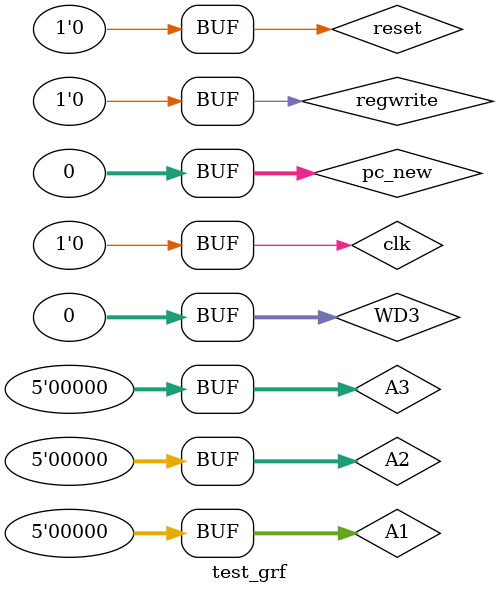
<source format=v>
`timescale 1ns / 1ps


module test_grf;

	// Inputs
	reg [4:0] A1;
	reg [4:0] A2;
	reg [4:0] A3;
	reg [31:0] WD3;
	reg regwrite;
	reg reset;
	reg clk;
	reg [31:0] pc_new;

	// Outputs
	wire [31:0] RD1;
	wire [31:0] RD2;

	// Instantiate the Unit Under Test (UUT)
	grf uut (
		.A1(A1), 
		.A2(A2), 
		.A3(A3), 
		.WD3(WD3), 
		.regwrite(regwrite), 
		.reset(reset), 
		.clk(clk), 
		.pc_new(pc_new), 
		.RD1(RD1), 
		.RD2(RD2)
	);

	initial begin
		// Initialize Inputs
		A1 = 0;
		A2 = 0;
		A3 = 0;
		WD3 = 0;
		regwrite = 0;
		reset = 0;
		clk = 0;
		pc_new = 0;

		// Wait 100 ns for global reset to finish
		#100;
        
		// Add stimulus here

	end
      
endmodule


</source>
